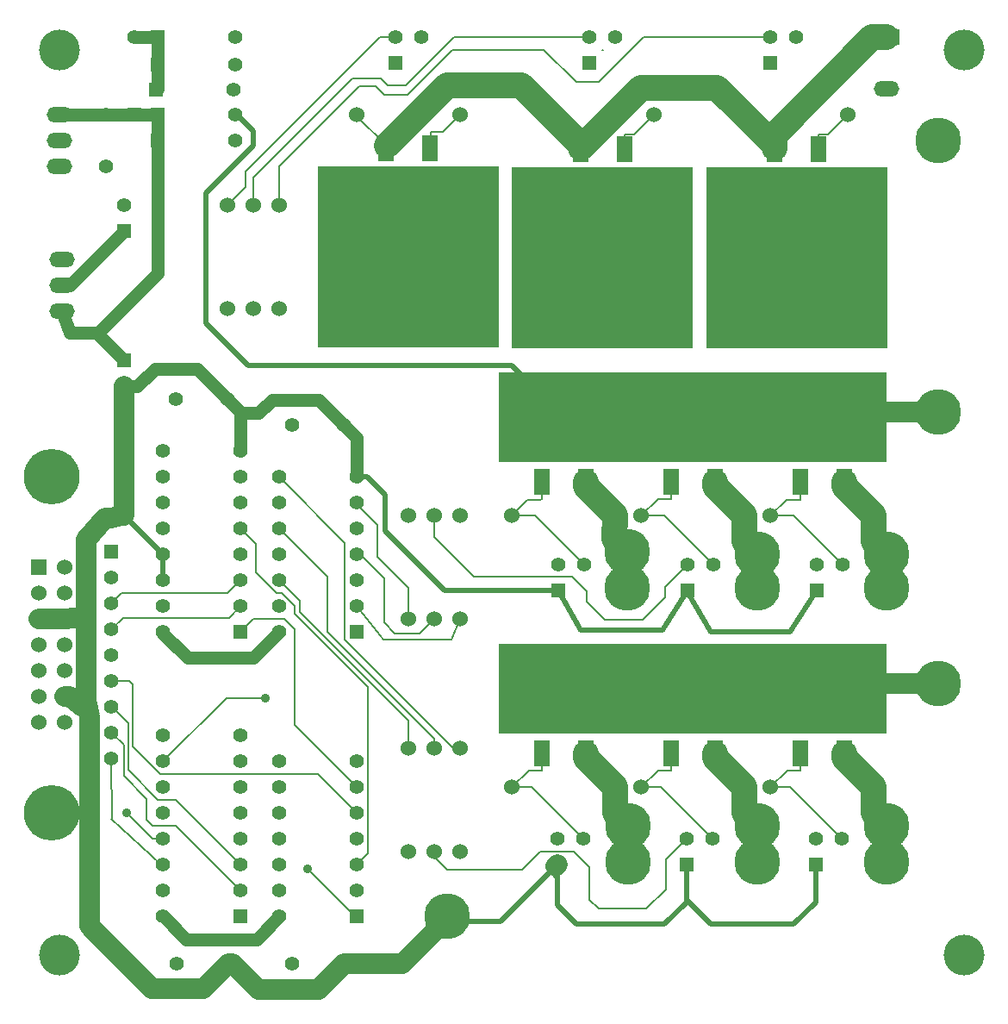
<source format=gtl>
%FSLAX34Y34*%
G04 Gerber Fmt 3.4, Leading zero omitted, Abs format*
G04 (created by PCBNEW (2013-12-09 BZR 4542)-product) date Wed 22 Jan 2014 23:18:31 CST*
%MOIN*%
G01*
G70*
G90*
G04 APERTURE LIST*
%ADD10C,0.005906*%
%ADD11R,0.055000X0.055000*%
%ADD12C,0.055000*%
%ADD13C,0.060000*%
%ADD14C,0.177200*%
%ADD15R,0.098400X0.059100*%
%ADD16O,0.098400X0.059100*%
%ADD17C,0.157500*%
%ADD18C,0.098400*%
%ADD19R,0.060000X0.100000*%
%ADD20R,0.500000X0.350000*%
%ADD21C,0.215000*%
%ADD22R,0.060000X0.060000*%
%ADD23R,0.700000X0.700000*%
%ADD24R,0.300000X0.300000*%
%ADD25C,0.035000*%
%ADD26C,0.008000*%
%ADD27C,0.080000*%
%ADD28C,0.020000*%
%ADD29C,0.050000*%
%ADD30C,0.100000*%
G04 APERTURE END LIST*
G54D10*
G54D11*
X31300Y-32900D03*
G54D12*
X31300Y-31900D03*
X32300Y-31900D03*
G54D11*
X36300Y-32900D03*
G54D12*
X36300Y-31900D03*
X37300Y-31900D03*
G54D11*
X41300Y-32900D03*
G54D12*
X41300Y-31900D03*
X42300Y-31900D03*
G54D11*
X41250Y-43500D03*
G54D12*
X41250Y-42500D03*
X42250Y-42500D03*
G54D11*
X36250Y-43500D03*
G54D12*
X36250Y-42500D03*
X37250Y-42500D03*
G54D11*
X31250Y-43500D03*
G54D12*
X31250Y-42500D03*
X32250Y-42500D03*
G54D11*
X39500Y-12500D03*
G54D12*
X39500Y-11500D03*
X40500Y-11500D03*
G54D11*
X32500Y-12500D03*
G54D12*
X32500Y-11500D03*
X33500Y-11500D03*
G54D11*
X25000Y-12500D03*
G54D12*
X25000Y-11500D03*
X26000Y-11500D03*
G54D13*
X33500Y-30000D03*
X29500Y-30000D03*
X19500Y-22000D03*
X19500Y-18000D03*
X20500Y-22000D03*
X20500Y-18000D03*
X25500Y-39000D03*
X25500Y-43000D03*
X26500Y-39000D03*
X26500Y-43000D03*
X27500Y-39000D03*
X27500Y-43000D03*
X25500Y-33975D03*
X25500Y-29975D03*
X26500Y-33975D03*
X26500Y-29975D03*
X27500Y-34000D03*
X27500Y-30000D03*
X18500Y-22000D03*
X18500Y-18000D03*
X33500Y-40500D03*
X29500Y-40500D03*
X23500Y-14500D03*
X27500Y-14500D03*
X38500Y-40500D03*
X34500Y-40500D03*
X31000Y-14500D03*
X35000Y-14500D03*
X38500Y-30000D03*
X34500Y-30000D03*
X43500Y-40500D03*
X39500Y-40500D03*
X38500Y-14500D03*
X42500Y-14500D03*
X43500Y-30000D03*
X39500Y-30000D03*
G54D11*
X19000Y-45500D03*
G54D12*
X19000Y-44500D03*
X19000Y-43500D03*
X19000Y-42500D03*
X19000Y-41500D03*
X19000Y-40500D03*
X19000Y-39500D03*
X19000Y-38500D03*
X16000Y-38500D03*
X16000Y-39500D03*
X16000Y-40500D03*
X16000Y-41500D03*
X16000Y-42500D03*
X16000Y-43500D03*
X16000Y-44500D03*
X16000Y-45500D03*
G54D11*
X19000Y-34500D03*
G54D12*
X19000Y-33500D03*
X19000Y-32500D03*
X19000Y-31500D03*
X19000Y-30500D03*
X19000Y-29500D03*
X19000Y-28500D03*
X19000Y-27500D03*
X16000Y-27500D03*
X16000Y-28500D03*
X16000Y-29500D03*
X16000Y-30500D03*
X16000Y-31500D03*
X16000Y-32500D03*
X16000Y-33500D03*
X16000Y-34500D03*
G54D11*
X23500Y-34500D03*
G54D12*
X23500Y-33500D03*
X23500Y-32500D03*
X23500Y-31500D03*
X23500Y-30500D03*
X23500Y-29500D03*
X23500Y-28500D03*
X20500Y-28500D03*
X20500Y-29500D03*
X20500Y-30500D03*
X20500Y-31500D03*
X20500Y-32500D03*
X20500Y-33500D03*
X20500Y-34500D03*
G54D11*
X23500Y-45500D03*
G54D12*
X23500Y-44500D03*
X23500Y-43500D03*
X23500Y-42500D03*
X23500Y-41500D03*
X23500Y-40500D03*
X23500Y-39500D03*
X20500Y-39500D03*
X20500Y-40500D03*
X20500Y-41500D03*
X20500Y-42500D03*
X20500Y-43500D03*
X20500Y-44500D03*
X20500Y-45500D03*
G54D11*
X15740Y-13530D03*
G54D12*
X18740Y-13530D03*
G54D11*
X15780Y-12540D03*
G54D12*
X18780Y-12540D03*
G54D11*
X15800Y-11500D03*
G54D12*
X18800Y-11500D03*
G54D11*
X14900Y-14500D03*
G54D12*
X14900Y-11500D03*
G54D11*
X15800Y-14500D03*
G54D12*
X18800Y-14500D03*
G54D11*
X15800Y-15500D03*
G54D12*
X18800Y-15500D03*
X21000Y-26500D03*
X23000Y-26500D03*
X21010Y-47330D03*
X23010Y-47330D03*
X16540Y-47310D03*
X18540Y-47310D03*
X13800Y-14500D03*
X13800Y-16500D03*
X16500Y-25500D03*
X18500Y-25500D03*
G54D11*
X14500Y-19000D03*
G54D12*
X14500Y-18000D03*
G54D11*
X14500Y-24000D03*
G54D12*
X14500Y-25000D03*
G54D14*
X27900Y-22500D03*
X33950Y-31400D03*
X33950Y-32800D03*
X34000Y-42000D03*
X35500Y-22500D03*
X39000Y-31500D03*
X39000Y-32800D03*
X39000Y-42000D03*
X43000Y-22500D03*
X44000Y-31500D03*
X44000Y-32800D03*
X44000Y-42000D03*
X44000Y-43400D03*
X39000Y-43400D03*
X34000Y-43400D03*
X46000Y-26000D03*
X46000Y-36500D03*
X46000Y-15500D03*
G54D15*
X44000Y-11500D03*
G54D16*
X44000Y-13500D03*
G54D17*
X12000Y-12000D03*
X12000Y-47000D03*
X47000Y-12000D03*
X47000Y-47000D03*
G54D18*
X23400Y-18350D03*
X27350Y-18400D03*
X31000Y-18350D03*
X34850Y-18350D03*
X38700Y-18300D03*
X42350Y-18300D03*
X43500Y-26500D03*
X39000Y-26500D03*
X34000Y-26500D03*
X29500Y-26500D03*
X29500Y-37000D03*
X34000Y-37000D03*
X39000Y-37000D03*
X43500Y-37000D03*
G54D16*
X12000Y-15500D03*
X12000Y-14500D03*
X12000Y-16500D03*
G54D11*
X14000Y-31400D03*
G54D12*
X14000Y-32400D03*
X14000Y-33400D03*
X14000Y-34400D03*
X14000Y-35400D03*
X14000Y-36400D03*
X14000Y-37400D03*
X14000Y-38400D03*
X14000Y-39400D03*
G54D14*
X27000Y-45500D03*
G54D19*
X35650Y-28700D03*
X37350Y-28700D03*
G54D20*
X36500Y-26200D03*
G54D19*
X40650Y-28700D03*
X42350Y-28700D03*
G54D20*
X41500Y-26200D03*
G54D19*
X30650Y-39200D03*
X32350Y-39200D03*
G54D20*
X31500Y-36700D03*
G54D19*
X35650Y-39200D03*
X37350Y-39200D03*
G54D20*
X36500Y-36700D03*
G54D19*
X40650Y-39200D03*
X42350Y-39200D03*
G54D20*
X41500Y-36700D03*
G54D19*
X30650Y-28700D03*
X32350Y-28700D03*
G54D20*
X31500Y-26200D03*
G54D21*
X11700Y-28500D03*
X11700Y-41500D03*
G54D22*
X11200Y-32000D03*
G54D13*
X12200Y-32000D03*
X11200Y-33000D03*
X12200Y-33000D03*
X11200Y-34000D03*
X12200Y-34000D03*
X11200Y-35000D03*
X12200Y-35000D03*
X11200Y-36000D03*
X12200Y-36000D03*
X11200Y-37000D03*
X12200Y-37000D03*
X11200Y-38000D03*
X12200Y-38000D03*
G54D16*
X12100Y-21100D03*
X12100Y-20100D03*
X12100Y-22100D03*
G54D19*
X26330Y-15780D03*
X24630Y-15780D03*
G54D23*
X25480Y-19980D03*
G54D24*
X25480Y-17980D03*
G54D19*
X33850Y-15810D03*
X32150Y-15810D03*
G54D23*
X33000Y-20010D03*
G54D24*
X33000Y-18010D03*
G54D19*
X41370Y-15830D03*
X39670Y-15830D03*
G54D23*
X40520Y-20030D03*
G54D24*
X40520Y-18030D03*
G54D25*
X14600Y-41500D03*
X19954Y-37048D03*
X21590Y-43650D03*
G54D26*
X33000Y-11990D02*
X33020Y-11990D01*
G54D27*
X46000Y-26000D02*
X41700Y-26000D01*
X41700Y-26000D02*
X41500Y-26200D01*
X46000Y-36500D02*
X41700Y-36500D01*
X41700Y-36500D02*
X41500Y-36700D01*
G54D26*
X41350Y-15800D02*
X41350Y-15270D01*
X41740Y-15260D02*
X42500Y-14500D01*
X41360Y-15260D02*
X41740Y-15260D01*
X41350Y-15270D02*
X41360Y-15260D01*
G54D27*
X12200Y-37000D02*
X12404Y-37000D01*
X12404Y-37000D02*
X12900Y-37396D01*
X13030Y-33750D02*
X13030Y-37276D01*
X13030Y-37276D02*
X13050Y-37296D01*
X13050Y-37296D02*
X13050Y-37300D01*
X13050Y-37300D02*
X13050Y-37296D01*
X13030Y-33750D02*
X13030Y-33834D01*
X13030Y-33834D02*
X13004Y-33860D01*
X13050Y-37296D02*
X13156Y-37752D01*
X13030Y-30934D02*
X13030Y-33850D01*
X13156Y-37752D02*
X13156Y-45870D01*
X13750Y-30100D02*
X13030Y-30934D01*
X13156Y-45870D02*
X15576Y-48290D01*
X15576Y-48290D02*
X17560Y-48290D01*
X14000Y-30100D02*
X13750Y-30100D01*
X14400Y-30000D02*
X14000Y-30100D01*
X14000Y-30100D02*
X13930Y-30100D01*
G54D28*
X14400Y-30000D02*
X14500Y-30000D01*
G54D26*
X30650Y-28700D02*
X30650Y-29350D01*
X30100Y-29400D02*
X29500Y-30000D01*
X30600Y-29400D02*
X30100Y-29400D01*
X30650Y-29350D02*
X30600Y-29400D01*
X29500Y-30000D02*
X30400Y-30000D01*
X30400Y-30000D02*
X32300Y-31900D01*
X29500Y-40500D02*
X30250Y-40500D01*
X30250Y-40500D02*
X32250Y-42500D01*
X30159Y-39840D02*
X30650Y-39840D01*
X29500Y-40500D02*
X30159Y-39840D01*
X30650Y-39200D02*
X30650Y-39840D01*
X26840Y-15159D02*
X26350Y-15159D01*
X26350Y-15700D02*
X26350Y-15159D01*
X27500Y-14500D02*
X26840Y-15159D01*
X34500Y-30000D02*
X35400Y-30000D01*
X35400Y-30000D02*
X37300Y-31900D01*
X35159Y-29340D02*
X35650Y-29340D01*
X34500Y-30000D02*
X35159Y-29340D01*
X35650Y-28700D02*
X35650Y-29340D01*
X34500Y-40500D02*
X35250Y-40500D01*
X35250Y-40500D02*
X37250Y-42500D01*
X35159Y-39840D02*
X35650Y-39840D01*
X34500Y-40500D02*
X35159Y-39840D01*
X35650Y-39200D02*
X35650Y-39840D01*
X33850Y-15800D02*
X33850Y-15260D01*
X34230Y-15270D02*
X35000Y-14500D01*
X33860Y-15270D02*
X34230Y-15270D01*
X33850Y-15260D02*
X33860Y-15270D01*
X39500Y-30000D02*
X40400Y-30000D01*
X40400Y-30000D02*
X42300Y-31900D01*
X40650Y-28700D02*
X40650Y-29390D01*
X40120Y-29380D02*
X39500Y-30000D01*
X40640Y-29380D02*
X40120Y-29380D01*
X40650Y-29390D02*
X40640Y-29380D01*
X39500Y-40500D02*
X40250Y-40500D01*
X40250Y-40500D02*
X42250Y-42500D01*
X40159Y-39840D02*
X40650Y-39840D01*
X39500Y-40500D02*
X40159Y-39840D01*
X40650Y-39200D02*
X40650Y-39840D01*
G54D28*
X23500Y-28500D02*
X23900Y-28500D01*
X26900Y-32900D02*
X31300Y-32900D01*
X24600Y-30600D02*
X26900Y-32900D01*
X24600Y-29200D02*
X24600Y-30600D01*
X23900Y-28500D02*
X24600Y-29200D01*
X26900Y-45700D02*
X29050Y-45700D01*
X29050Y-45700D02*
X31250Y-43500D01*
G54D27*
X26900Y-45700D02*
X25270Y-47330D01*
X25270Y-47330D02*
X23010Y-47330D01*
G54D28*
X31250Y-43500D02*
X31250Y-45050D01*
X36250Y-44950D02*
X36250Y-44800D01*
X35400Y-45800D02*
X36250Y-44950D01*
X32000Y-45800D02*
X35400Y-45800D01*
X31250Y-45050D02*
X32000Y-45800D01*
X31250Y-43500D02*
X31200Y-43550D01*
X31200Y-43550D02*
X31200Y-43950D01*
X31200Y-43950D02*
X31200Y-43550D01*
G54D27*
X31200Y-43550D02*
X31250Y-43500D01*
X17560Y-48290D02*
X18540Y-47310D01*
G54D28*
X36250Y-44800D02*
X36250Y-44850D01*
X36250Y-44850D02*
X37200Y-45800D01*
X37200Y-45800D02*
X40400Y-45800D01*
X40400Y-45800D02*
X41250Y-44950D01*
X41250Y-44950D02*
X41250Y-43500D01*
X36250Y-44800D02*
X36250Y-43500D01*
X14500Y-30000D02*
X16000Y-31500D01*
G54D27*
X14500Y-30000D02*
X14500Y-25000D01*
G54D28*
X36300Y-32900D02*
X36300Y-32944D01*
X40276Y-34474D02*
X41300Y-32900D01*
X37180Y-34474D02*
X40276Y-34474D01*
X36300Y-32944D02*
X37180Y-34474D01*
X31300Y-32900D02*
X31306Y-32900D01*
X31306Y-32900D02*
X32164Y-34408D01*
X32164Y-34408D02*
X35342Y-34408D01*
X35342Y-34408D02*
X36300Y-32900D01*
G54D27*
X18540Y-47310D02*
X18688Y-47310D01*
X18688Y-47310D02*
X19690Y-48312D01*
X19690Y-48312D02*
X22028Y-48312D01*
X22028Y-48312D02*
X23010Y-47330D01*
G54D28*
X16000Y-31500D02*
X16000Y-32500D01*
G54D29*
X23500Y-28500D02*
X23500Y-27000D01*
X23500Y-27000D02*
X23000Y-26500D01*
X19000Y-26026D02*
X19712Y-26026D01*
X19712Y-26026D02*
X20218Y-25520D01*
X20218Y-25520D02*
X22020Y-25520D01*
X22020Y-25520D02*
X23000Y-26500D01*
X19000Y-27500D02*
X19000Y-26026D01*
X19000Y-26026D02*
X19000Y-26000D01*
X19000Y-26000D02*
X18500Y-25500D01*
X15680Y-24320D02*
X17320Y-24320D01*
X15000Y-25000D02*
X15680Y-24320D01*
X14500Y-25000D02*
X15000Y-25000D01*
X17320Y-24320D02*
X18500Y-25500D01*
G54D26*
X16500Y-41000D02*
X16000Y-41000D01*
X16000Y-41000D02*
X15898Y-41000D01*
X19000Y-43500D02*
X16500Y-41000D01*
X14490Y-40040D02*
X14490Y-38840D01*
X14490Y-38840D02*
X14000Y-38400D01*
X15360Y-41040D02*
X15360Y-40960D01*
X15360Y-41040D02*
X15360Y-41745D01*
X15360Y-41745D02*
X15600Y-41985D01*
X15600Y-41985D02*
X16485Y-41985D01*
X15360Y-40960D02*
X14490Y-40040D01*
X16000Y-41000D02*
X15800Y-41000D01*
X15800Y-41000D02*
X14650Y-39810D01*
X14650Y-39810D02*
X14650Y-38010D01*
X14650Y-38010D02*
X14050Y-37410D01*
X19000Y-44500D02*
X16485Y-41985D01*
X15610Y-42480D02*
X15900Y-42500D01*
X14000Y-36400D02*
X14681Y-36400D01*
X14822Y-38911D02*
X14815Y-36534D01*
X15911Y-40000D02*
X14822Y-38911D01*
X14681Y-36400D02*
X14815Y-36534D01*
X22000Y-40000D02*
X15911Y-40000D01*
X14600Y-41500D02*
X15610Y-42480D01*
X14010Y-41720D02*
X15942Y-43500D01*
G54D27*
X12200Y-34000D02*
X11200Y-34000D01*
X12954Y-33910D02*
X12200Y-34000D01*
G54D26*
X14450Y-33950D02*
X14000Y-34400D01*
X19000Y-32500D02*
X18500Y-33000D01*
X14550Y-33000D02*
X14400Y-33000D01*
X14540Y-33000D02*
X14550Y-33000D01*
X14550Y-33000D02*
X18510Y-33000D01*
X18550Y-33950D02*
X14450Y-33950D01*
X19000Y-33500D02*
X18550Y-33950D01*
X14400Y-33000D02*
X14000Y-33400D01*
X14000Y-33400D02*
X14050Y-33400D01*
G54D30*
X32350Y-39200D02*
X32350Y-39350D01*
X32350Y-39350D02*
X33500Y-40500D01*
X33500Y-40500D02*
X33500Y-41500D01*
X33450Y-30900D02*
X33950Y-31400D01*
X33500Y-41500D02*
X34000Y-42000D01*
X37350Y-39200D02*
X37350Y-39350D01*
X37350Y-39350D02*
X38500Y-40500D01*
X38500Y-40500D02*
X38500Y-41500D01*
X38500Y-31000D02*
X39000Y-31500D01*
X38500Y-41500D02*
X39000Y-42000D01*
X42350Y-39200D02*
X42350Y-39350D01*
X42350Y-39350D02*
X43500Y-40500D01*
X43500Y-40500D02*
X43500Y-41500D01*
X43500Y-31000D02*
X44000Y-31500D01*
X43500Y-41500D02*
X44000Y-42000D01*
G54D29*
X15800Y-17500D02*
X15800Y-20610D01*
X15800Y-20610D02*
X13500Y-22910D01*
X12410Y-22910D02*
X12100Y-22100D01*
X13500Y-22910D02*
X12410Y-22910D01*
X13500Y-22910D02*
X13500Y-23000D01*
X13500Y-23000D02*
X14500Y-24000D01*
X15800Y-15500D02*
X15800Y-17500D01*
X15800Y-17500D02*
X15800Y-17700D01*
X12000Y-14500D02*
X13800Y-14500D01*
X13800Y-14500D02*
X14900Y-14500D01*
X14900Y-14500D02*
X15800Y-14500D01*
X15800Y-14500D02*
X15800Y-15500D01*
G54D26*
X23500Y-14500D02*
X23500Y-14550D01*
X23500Y-14550D02*
X24650Y-15700D01*
G54D30*
X44000Y-11500D02*
X43430Y-11500D01*
X43430Y-11500D02*
X39650Y-15280D01*
X27000Y-13350D02*
X24650Y-15700D01*
X29850Y-13350D02*
X27000Y-13350D01*
X32150Y-15800D02*
X32150Y-15650D01*
X32150Y-15650D02*
X29850Y-13350D01*
X34510Y-13440D02*
X32150Y-15800D01*
X37440Y-13440D02*
X34510Y-13440D01*
X39650Y-15280D02*
X39650Y-15800D01*
X39650Y-15800D02*
X39650Y-15650D01*
X39650Y-15650D02*
X37440Y-13440D01*
G54D29*
X15800Y-11500D02*
X14900Y-11500D01*
X15800Y-11500D02*
X15800Y-12500D01*
X15800Y-12500D02*
X15800Y-13500D01*
G54D28*
X31500Y-26200D02*
X29480Y-24180D01*
X19485Y-15695D02*
X17660Y-17520D01*
X19485Y-15120D02*
X19485Y-15695D01*
X18865Y-14500D02*
X19485Y-15120D01*
X18865Y-14500D02*
X18800Y-14500D01*
X17660Y-17520D02*
X17660Y-22550D01*
X17660Y-22550D02*
X19290Y-24180D01*
X19290Y-24180D02*
X29480Y-24180D01*
G54D30*
X33500Y-30000D02*
X33450Y-30900D01*
X32350Y-28700D02*
X32350Y-28850D01*
X32350Y-28850D02*
X33500Y-30000D01*
X38500Y-30000D02*
X38500Y-31000D01*
X37350Y-28700D02*
X37350Y-28850D01*
X37350Y-28850D02*
X38500Y-30000D01*
X43500Y-30000D02*
X43500Y-31000D01*
X42350Y-28700D02*
X42350Y-28850D01*
X42350Y-28850D02*
X43500Y-30000D01*
G54D26*
X26500Y-29975D02*
X26500Y-30820D01*
X35430Y-32770D02*
X36300Y-31900D01*
X35430Y-33165D02*
X35430Y-32770D01*
X34560Y-34035D02*
X35430Y-33165D01*
X33105Y-34035D02*
X34560Y-34035D01*
X32400Y-33330D02*
X33105Y-34035D01*
X32400Y-32910D02*
X32400Y-33330D01*
X31845Y-32355D02*
X32400Y-32910D01*
X28035Y-32355D02*
X31845Y-32355D01*
X26500Y-30820D02*
X28035Y-32355D01*
X26500Y-43000D02*
X26500Y-43200D01*
X35450Y-43300D02*
X36250Y-42500D01*
X35450Y-44450D02*
X35450Y-43300D01*
X34700Y-45200D02*
X35450Y-44450D01*
X32850Y-45200D02*
X34700Y-45200D01*
X32500Y-44850D02*
X32850Y-45200D01*
X32500Y-43600D02*
X32500Y-44850D01*
X31900Y-43000D02*
X32500Y-43600D01*
X30600Y-43000D02*
X31900Y-43000D01*
X29900Y-43700D02*
X30600Y-43000D01*
X27000Y-43700D02*
X29900Y-43700D01*
X26500Y-43200D02*
X27000Y-43700D01*
X27190Y-11980D02*
X30745Y-11980D01*
X23580Y-13400D02*
X20500Y-16480D01*
X20500Y-18000D02*
X20500Y-16480D01*
X25450Y-13720D02*
X27190Y-11980D01*
X24570Y-13730D02*
X25450Y-13720D01*
X24240Y-13400D02*
X24570Y-13730D01*
X24240Y-13400D02*
X23580Y-13400D01*
X34580Y-11500D02*
X39500Y-11500D01*
X32850Y-13230D02*
X34580Y-11500D01*
X31995Y-13230D02*
X32850Y-13230D01*
X30745Y-11980D02*
X31995Y-13230D01*
X25960Y-12780D02*
X25970Y-12780D01*
X32500Y-11500D02*
X27650Y-11500D01*
X24420Y-13090D02*
X23372Y-13092D01*
X24680Y-13350D02*
X24420Y-13090D01*
X25390Y-13350D02*
X24680Y-13350D01*
X25960Y-12780D02*
X25390Y-13350D01*
X27250Y-11500D02*
X27650Y-11500D01*
X25970Y-12780D02*
X27250Y-11500D01*
X23372Y-13092D02*
X23317Y-13092D01*
X19500Y-16910D02*
X19500Y-18000D01*
X23317Y-13092D02*
X19500Y-16910D01*
X23372Y-13092D02*
X23385Y-13077D01*
X25000Y-11500D02*
X24390Y-11500D01*
X19210Y-17290D02*
X18500Y-18000D01*
X19210Y-16680D02*
X19210Y-17290D01*
X24390Y-11500D02*
X19210Y-16680D01*
X27157Y-34792D02*
X27500Y-34000D01*
X24542Y-34792D02*
X27157Y-34792D01*
X23500Y-33500D02*
X24542Y-34792D01*
X23500Y-31500D02*
X23625Y-31500D01*
X25925Y-34550D02*
X26500Y-33975D01*
X24975Y-34550D02*
X25925Y-34550D01*
X24550Y-34125D02*
X24975Y-34550D01*
X24550Y-32425D02*
X24550Y-34125D01*
X23625Y-31500D02*
X24550Y-32425D01*
X23500Y-29500D02*
X23500Y-29550D01*
X25500Y-32800D02*
X25500Y-33975D01*
X24300Y-31600D02*
X25500Y-32800D01*
X24300Y-30350D02*
X24300Y-31600D01*
X23500Y-29550D02*
X24300Y-30350D01*
X23042Y-34797D02*
X25940Y-37695D01*
X20500Y-28500D02*
X23042Y-31042D01*
X27244Y-39000D02*
X25940Y-37695D01*
X27244Y-39000D02*
X27500Y-39000D01*
X23042Y-31042D02*
X23042Y-34797D01*
X22370Y-34497D02*
X24903Y-37030D01*
X20500Y-30500D02*
X22370Y-32370D01*
X26500Y-38627D02*
X24903Y-37030D01*
X26500Y-38627D02*
X26500Y-39000D01*
X22370Y-32370D02*
X22370Y-34497D01*
X25500Y-39000D02*
X25500Y-37925D01*
X24443Y-36869D02*
X21305Y-33730D01*
X21305Y-33730D02*
X21305Y-33305D01*
X21305Y-33305D02*
X20500Y-32500D01*
X25500Y-37925D02*
X24443Y-36869D01*
X14010Y-39420D02*
X14015Y-41735D01*
X16000Y-39500D02*
X18450Y-37050D01*
X19952Y-37050D02*
X19954Y-37048D01*
X18450Y-37050D02*
X19952Y-37050D01*
X23440Y-45500D02*
X21590Y-43650D01*
X23500Y-45500D02*
X23440Y-45500D01*
X19584Y-31084D02*
X19000Y-30500D01*
X19584Y-32199D02*
X19584Y-31084D01*
X20385Y-33000D02*
X19584Y-32199D01*
X20590Y-33000D02*
X20385Y-33000D01*
X21083Y-33493D02*
X20590Y-33000D01*
X21083Y-33783D02*
X21083Y-33493D01*
X23929Y-36629D02*
X21083Y-33783D01*
X23929Y-43070D02*
X23929Y-36629D01*
X23500Y-43500D02*
X23929Y-43070D01*
X23500Y-40500D02*
X21100Y-38100D01*
X19500Y-34000D02*
X19000Y-34500D01*
X20700Y-34000D02*
X19500Y-34000D01*
X21100Y-34400D02*
X20700Y-34000D01*
X21100Y-38100D02*
X21100Y-34400D01*
X23500Y-41500D02*
X22000Y-40000D01*
G54D29*
X12100Y-21100D02*
X12400Y-21100D01*
X12400Y-21100D02*
X14500Y-19000D01*
X16000Y-34500D02*
X16000Y-34540D01*
X16000Y-34540D02*
X16960Y-35500D01*
X16960Y-35500D02*
X19500Y-35500D01*
X19500Y-35500D02*
X20500Y-34500D01*
X16000Y-45500D02*
X16020Y-45500D01*
X19620Y-46380D02*
X20500Y-45500D01*
X16900Y-46380D02*
X19620Y-46380D01*
X16020Y-45500D02*
X16900Y-46380D01*
G54D28*
X16500Y-25500D02*
X16500Y-25640D01*
M02*

</source>
